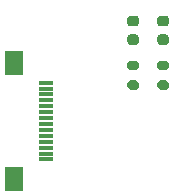
<source format=gbr>
%TF.GenerationSoftware,KiCad,Pcbnew,(5.1.10)-1*%
%TF.CreationDate,2021-06-11T22:20:09-04:00*%
%TF.ProjectId,Adapter,41646170-7465-4722-9e6b-696361645f70,rev?*%
%TF.SameCoordinates,Original*%
%TF.FileFunction,Paste,Top*%
%TF.FilePolarity,Positive*%
%FSLAX46Y46*%
G04 Gerber Fmt 4.6, Leading zero omitted, Abs format (unit mm)*
G04 Created by KiCad (PCBNEW (5.1.10)-1) date 2021-06-11 22:20:09*
%MOMM*%
%LPD*%
G01*
G04 APERTURE LIST*
%ADD10R,1.300000X0.300000*%
%ADD11R,1.600000X2.000000*%
G04 APERTURE END LIST*
D10*
%TO.C,J1*%
X134600000Y-97850000D03*
X134600000Y-98350000D03*
X134600000Y-98850000D03*
X134600000Y-99350000D03*
X134600000Y-99850000D03*
X134600000Y-100350000D03*
X134600000Y-100850000D03*
X134600000Y-101350000D03*
X134600000Y-101850000D03*
X134600000Y-102350000D03*
X134600000Y-102850000D03*
X134600000Y-103350000D03*
X134600000Y-103850000D03*
X134600000Y-104350000D03*
D11*
X131900000Y-96150000D03*
X131900000Y-106050000D03*
%TD*%
%TO.C,R2*%
G36*
G01*
X141725000Y-97655000D02*
X142275000Y-97655000D01*
G75*
G02*
X142475000Y-97855000I0J-200000D01*
G01*
X142475000Y-98255000D01*
G75*
G02*
X142275000Y-98455000I-200000J0D01*
G01*
X141725000Y-98455000D01*
G75*
G02*
X141525000Y-98255000I0J200000D01*
G01*
X141525000Y-97855000D01*
G75*
G02*
X141725000Y-97655000I200000J0D01*
G01*
G37*
G36*
G01*
X141725000Y-96005000D02*
X142275000Y-96005000D01*
G75*
G02*
X142475000Y-96205000I0J-200000D01*
G01*
X142475000Y-96605000D01*
G75*
G02*
X142275000Y-96805000I-200000J0D01*
G01*
X141725000Y-96805000D01*
G75*
G02*
X141525000Y-96605000I0J200000D01*
G01*
X141525000Y-96205000D01*
G75*
G02*
X141725000Y-96005000I200000J0D01*
G01*
G37*
%TD*%
%TO.C,R1*%
G36*
G01*
X144265000Y-97655000D02*
X144815000Y-97655000D01*
G75*
G02*
X145015000Y-97855000I0J-200000D01*
G01*
X145015000Y-98255000D01*
G75*
G02*
X144815000Y-98455000I-200000J0D01*
G01*
X144265000Y-98455000D01*
G75*
G02*
X144065000Y-98255000I0J200000D01*
G01*
X144065000Y-97855000D01*
G75*
G02*
X144265000Y-97655000I200000J0D01*
G01*
G37*
G36*
G01*
X144265000Y-96005000D02*
X144815000Y-96005000D01*
G75*
G02*
X145015000Y-96205000I0J-200000D01*
G01*
X145015000Y-96605000D01*
G75*
G02*
X144815000Y-96805000I-200000J0D01*
G01*
X144265000Y-96805000D01*
G75*
G02*
X144065000Y-96605000I0J200000D01*
G01*
X144065000Y-96205000D01*
G75*
G02*
X144265000Y-96005000I200000J0D01*
G01*
G37*
%TD*%
%TO.C,D2*%
G36*
G01*
X142256250Y-93070000D02*
X141743750Y-93070000D01*
G75*
G02*
X141525000Y-92851250I0J218750D01*
G01*
X141525000Y-92413750D01*
G75*
G02*
X141743750Y-92195000I218750J0D01*
G01*
X142256250Y-92195000D01*
G75*
G02*
X142475000Y-92413750I0J-218750D01*
G01*
X142475000Y-92851250D01*
G75*
G02*
X142256250Y-93070000I-218750J0D01*
G01*
G37*
G36*
G01*
X142256250Y-94645000D02*
X141743750Y-94645000D01*
G75*
G02*
X141525000Y-94426250I0J218750D01*
G01*
X141525000Y-93988750D01*
G75*
G02*
X141743750Y-93770000I218750J0D01*
G01*
X142256250Y-93770000D01*
G75*
G02*
X142475000Y-93988750I0J-218750D01*
G01*
X142475000Y-94426250D01*
G75*
G02*
X142256250Y-94645000I-218750J0D01*
G01*
G37*
%TD*%
%TO.C,D1*%
G36*
G01*
X144796250Y-93070000D02*
X144283750Y-93070000D01*
G75*
G02*
X144065000Y-92851250I0J218750D01*
G01*
X144065000Y-92413750D01*
G75*
G02*
X144283750Y-92195000I218750J0D01*
G01*
X144796250Y-92195000D01*
G75*
G02*
X145015000Y-92413750I0J-218750D01*
G01*
X145015000Y-92851250D01*
G75*
G02*
X144796250Y-93070000I-218750J0D01*
G01*
G37*
G36*
G01*
X144796250Y-94645000D02*
X144283750Y-94645000D01*
G75*
G02*
X144065000Y-94426250I0J218750D01*
G01*
X144065000Y-93988750D01*
G75*
G02*
X144283750Y-93770000I218750J0D01*
G01*
X144796250Y-93770000D01*
G75*
G02*
X145015000Y-93988750I0J-218750D01*
G01*
X145015000Y-94426250D01*
G75*
G02*
X144796250Y-94645000I-218750J0D01*
G01*
G37*
%TD*%
M02*

</source>
